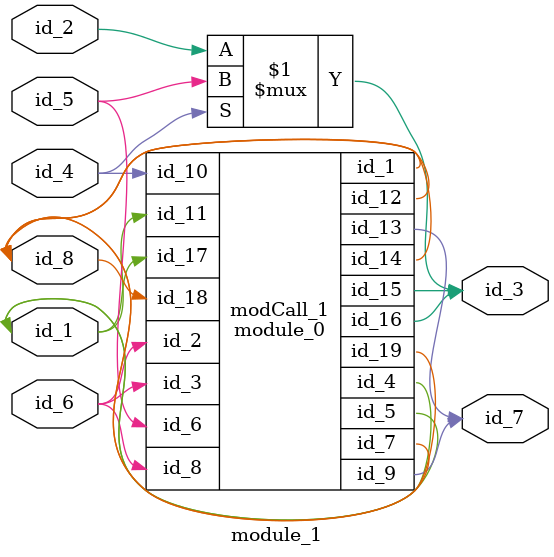
<source format=v>
module module_0 (
    id_1,
    id_2,
    id_3,
    id_4,
    id_5,
    id_6,
    id_7,
    id_8,
    id_9,
    id_10,
    id_11,
    id_12,
    id_13,
    id_14,
    id_15,
    id_16,
    id_17,
    id_18,
    id_19
);
  output wire id_19;
  input wire id_18;
  input wire id_17;
  output wire id_16;
  output wire id_15;
  inout wire id_14;
  output wire id_13;
  output wire id_12;
  input wire id_11;
  input wire id_10;
  output wire id_9;
  input wire id_8;
  inout wire id_7;
  input wire id_6;
  inout wire id_5;
  inout wire id_4;
  input wire id_3;
  input wire id_2;
  inout wire id_1;
  wire id_20, id_21;
endmodule
module module_1 (
    id_1,
    id_2,
    id_3,
    id_4,
    id_5,
    id_6,
    id_7,
    id_8
);
  inout wire id_8;
  output wire id_7;
  input wire id_6;
  input wire id_5;
  input wire id_4;
  output wire id_3;
  input wire id_2;
  inout wire id_1;
  assign id_3 = id_4 ? id_5 : id_2;
  module_0 modCall_1 (
      id_8,
      id_6,
      id_6,
      id_1,
      id_1,
      id_5,
      id_8,
      id_6,
      id_7,
      id_4,
      id_1,
      id_8,
      id_7,
      id_8,
      id_3,
      id_3,
      id_1,
      id_8,
      id_8
  );
endmodule

</source>
